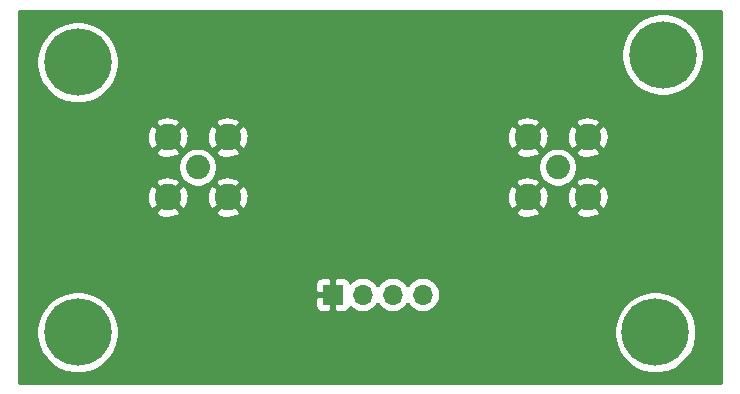
<source format=gbr>
G04 #@! TF.GenerationSoftware,KiCad,Pcbnew,(5.1.2)-2*
G04 #@! TF.CreationDate,2019-07-02T15:12:18+08:00*
G04 #@! TF.ProjectId,HMC346AMS8GE,484d4333-3436-4414-9d53-3847452e6b69,rev?*
G04 #@! TF.SameCoordinates,Original*
G04 #@! TF.FileFunction,Copper,L2,Bot*
G04 #@! TF.FilePolarity,Positive*
%FSLAX46Y46*%
G04 Gerber Fmt 4.6, Leading zero omitted, Abs format (unit mm)*
G04 Created by KiCad (PCBNEW (5.1.2)-2) date 2019-07-02 15:12:18*
%MOMM*%
%LPD*%
G04 APERTURE LIST*
%ADD10C,2.250000*%
%ADD11C,2.050000*%
%ADD12R,1.700000X1.700000*%
%ADD13O,1.700000X1.700000*%
%ADD14C,5.700000*%
%ADD15C,0.800000*%
%ADD16C,0.254000*%
G04 APERTURE END LIST*
D10*
X114300000Y-121285000D03*
X114300000Y-116205000D03*
X119380000Y-116205000D03*
X119380000Y-121285000D03*
D11*
X116840000Y-118745000D03*
D12*
X128270000Y-129540000D03*
D13*
X130810000Y-129540000D03*
X133350000Y-129540000D03*
X135890000Y-129540000D03*
D11*
X147320000Y-118745000D03*
D10*
X149860000Y-121285000D03*
X149860000Y-116205000D03*
X144780000Y-116205000D03*
X144780000Y-121285000D03*
D14*
X106680000Y-132715000D03*
X155575000Y-132715000D03*
X156210000Y-109220000D03*
X106680000Y-109855000D03*
D15*
X121920000Y-116840000D03*
X123190000Y-116840000D03*
X124460000Y-116840000D03*
X125730000Y-116840000D03*
X127000000Y-116840000D03*
X128270000Y-116840000D03*
X130175000Y-116840000D03*
X131445000Y-116840000D03*
X132715000Y-116840000D03*
X134620000Y-116840000D03*
X136525000Y-116840000D03*
X137795000Y-116840000D03*
X139065000Y-116840000D03*
X140335000Y-116840000D03*
X141605000Y-116840000D03*
X142240000Y-119380000D03*
X140970000Y-119380000D03*
X139700000Y-119380000D03*
X137795000Y-119380000D03*
X121920000Y-120015000D03*
X123190000Y-120015000D03*
X124460000Y-120015000D03*
X125730000Y-120015000D03*
X127000000Y-120015000D03*
X127000000Y-121285000D03*
X127000000Y-122555000D03*
X127000000Y-123825000D03*
X127000000Y-125095000D03*
X127000000Y-127000000D03*
X131445000Y-121920000D03*
X132715000Y-121920000D03*
X133985000Y-121920000D03*
X133985000Y-123190000D03*
X132715000Y-123190000D03*
X131445000Y-123190000D03*
X131445000Y-124460000D03*
X132715000Y-124460000D03*
X133985000Y-124460000D03*
X133985000Y-125730000D03*
X132715000Y-125730000D03*
X133985000Y-127635000D03*
X137160000Y-121920000D03*
X137160000Y-123190000D03*
X137160000Y-124460000D03*
X137160000Y-126365000D03*
X137160000Y-127635000D03*
X130175000Y-132080000D03*
X131445000Y-132080000D03*
X132715000Y-132080000D03*
X133985000Y-132080000D03*
X135255000Y-132080000D03*
X136525000Y-132080000D03*
X113665000Y-123825000D03*
X114935000Y-123825000D03*
X116205000Y-123825000D03*
X117475000Y-123825000D03*
X118745000Y-123825000D03*
X120015000Y-123825000D03*
X143510000Y-123825000D03*
X144780000Y-123825000D03*
X146050000Y-123825000D03*
X147320000Y-123825000D03*
X149225000Y-123825000D03*
X150495000Y-123825000D03*
X143510000Y-113665000D03*
X145415000Y-113665000D03*
X147955000Y-113665000D03*
X149225000Y-113665000D03*
X150495000Y-113665000D03*
X152400000Y-114935000D03*
X152400000Y-116205000D03*
X152400000Y-118110000D03*
X152400000Y-119380000D03*
X152400000Y-121285000D03*
X111760000Y-116205000D03*
X111760000Y-118110000D03*
X111760000Y-119380000D03*
X111760000Y-121285000D03*
X111760000Y-122555000D03*
X113030000Y-114300000D03*
X114935000Y-113665000D03*
X116205000Y-114300000D03*
X117475000Y-114300000D03*
X118745000Y-114300000D03*
X120015000Y-114300000D03*
D16*
G36*
X161163000Y-137033000D02*
G01*
X101727000Y-137033000D01*
X101727000Y-132371758D01*
X103195000Y-132371758D01*
X103195000Y-133058242D01*
X103328927Y-133731537D01*
X103591633Y-134365766D01*
X103973024Y-134936558D01*
X104458442Y-135421976D01*
X105029234Y-135803367D01*
X105663463Y-136066073D01*
X106336758Y-136200000D01*
X107023242Y-136200000D01*
X107696537Y-136066073D01*
X108330766Y-135803367D01*
X108901558Y-135421976D01*
X109386976Y-134936558D01*
X109768367Y-134365766D01*
X110031073Y-133731537D01*
X110165000Y-133058242D01*
X110165000Y-132371758D01*
X152090000Y-132371758D01*
X152090000Y-133058242D01*
X152223927Y-133731537D01*
X152486633Y-134365766D01*
X152868024Y-134936558D01*
X153353442Y-135421976D01*
X153924234Y-135803367D01*
X154558463Y-136066073D01*
X155231758Y-136200000D01*
X155918242Y-136200000D01*
X156591537Y-136066073D01*
X157225766Y-135803367D01*
X157796558Y-135421976D01*
X158281976Y-134936558D01*
X158663367Y-134365766D01*
X158926073Y-133731537D01*
X159060000Y-133058242D01*
X159060000Y-132371758D01*
X158926073Y-131698463D01*
X158663367Y-131064234D01*
X158281976Y-130493442D01*
X157796558Y-130008024D01*
X157225766Y-129626633D01*
X156591537Y-129363927D01*
X155918242Y-129230000D01*
X155231758Y-129230000D01*
X154558463Y-129363927D01*
X153924234Y-129626633D01*
X153353442Y-130008024D01*
X152868024Y-130493442D01*
X152486633Y-131064234D01*
X152223927Y-131698463D01*
X152090000Y-132371758D01*
X110165000Y-132371758D01*
X110031073Y-131698463D01*
X109768367Y-131064234D01*
X109386976Y-130493442D01*
X109283534Y-130390000D01*
X126781928Y-130390000D01*
X126794188Y-130514482D01*
X126830498Y-130634180D01*
X126889463Y-130744494D01*
X126968815Y-130841185D01*
X127065506Y-130920537D01*
X127175820Y-130979502D01*
X127295518Y-131015812D01*
X127420000Y-131028072D01*
X127984250Y-131025000D01*
X128143000Y-130866250D01*
X128143000Y-129667000D01*
X126943750Y-129667000D01*
X126785000Y-129825750D01*
X126781928Y-130390000D01*
X109283534Y-130390000D01*
X108901558Y-130008024D01*
X108330766Y-129626633D01*
X107696537Y-129363927D01*
X107023242Y-129230000D01*
X106336758Y-129230000D01*
X105663463Y-129363927D01*
X105029234Y-129626633D01*
X104458442Y-130008024D01*
X103973024Y-130493442D01*
X103591633Y-131064234D01*
X103328927Y-131698463D01*
X103195000Y-132371758D01*
X101727000Y-132371758D01*
X101727000Y-128690000D01*
X126781928Y-128690000D01*
X126785000Y-129254250D01*
X126943750Y-129413000D01*
X128143000Y-129413000D01*
X128143000Y-128213750D01*
X128397000Y-128213750D01*
X128397000Y-129413000D01*
X128417000Y-129413000D01*
X128417000Y-129667000D01*
X128397000Y-129667000D01*
X128397000Y-130866250D01*
X128555750Y-131025000D01*
X129120000Y-131028072D01*
X129244482Y-131015812D01*
X129364180Y-130979502D01*
X129474494Y-130920537D01*
X129571185Y-130841185D01*
X129650537Y-130744494D01*
X129709502Y-130634180D01*
X129730393Y-130565313D01*
X129754866Y-130595134D01*
X129980986Y-130780706D01*
X130238966Y-130918599D01*
X130518889Y-131003513D01*
X130737050Y-131025000D01*
X130882950Y-131025000D01*
X131101111Y-131003513D01*
X131381034Y-130918599D01*
X131639014Y-130780706D01*
X131865134Y-130595134D01*
X132050706Y-130369014D01*
X132080000Y-130314209D01*
X132109294Y-130369014D01*
X132294866Y-130595134D01*
X132520986Y-130780706D01*
X132778966Y-130918599D01*
X133058889Y-131003513D01*
X133277050Y-131025000D01*
X133422950Y-131025000D01*
X133641111Y-131003513D01*
X133921034Y-130918599D01*
X134179014Y-130780706D01*
X134405134Y-130595134D01*
X134590706Y-130369014D01*
X134620000Y-130314209D01*
X134649294Y-130369014D01*
X134834866Y-130595134D01*
X135060986Y-130780706D01*
X135318966Y-130918599D01*
X135598889Y-131003513D01*
X135817050Y-131025000D01*
X135962950Y-131025000D01*
X136181111Y-131003513D01*
X136461034Y-130918599D01*
X136719014Y-130780706D01*
X136945134Y-130595134D01*
X137130706Y-130369014D01*
X137268599Y-130111034D01*
X137353513Y-129831111D01*
X137382185Y-129540000D01*
X137353513Y-129248889D01*
X137268599Y-128968966D01*
X137130706Y-128710986D01*
X136945134Y-128484866D01*
X136719014Y-128299294D01*
X136461034Y-128161401D01*
X136181111Y-128076487D01*
X135962950Y-128055000D01*
X135817050Y-128055000D01*
X135598889Y-128076487D01*
X135318966Y-128161401D01*
X135060986Y-128299294D01*
X134834866Y-128484866D01*
X134649294Y-128710986D01*
X134620000Y-128765791D01*
X134590706Y-128710986D01*
X134405134Y-128484866D01*
X134179014Y-128299294D01*
X133921034Y-128161401D01*
X133641111Y-128076487D01*
X133422950Y-128055000D01*
X133277050Y-128055000D01*
X133058889Y-128076487D01*
X132778966Y-128161401D01*
X132520986Y-128299294D01*
X132294866Y-128484866D01*
X132109294Y-128710986D01*
X132080000Y-128765791D01*
X132050706Y-128710986D01*
X131865134Y-128484866D01*
X131639014Y-128299294D01*
X131381034Y-128161401D01*
X131101111Y-128076487D01*
X130882950Y-128055000D01*
X130737050Y-128055000D01*
X130518889Y-128076487D01*
X130238966Y-128161401D01*
X129980986Y-128299294D01*
X129754866Y-128484866D01*
X129730393Y-128514687D01*
X129709502Y-128445820D01*
X129650537Y-128335506D01*
X129571185Y-128238815D01*
X129474494Y-128159463D01*
X129364180Y-128100498D01*
X129244482Y-128064188D01*
X129120000Y-128051928D01*
X128555750Y-128055000D01*
X128397000Y-128213750D01*
X128143000Y-128213750D01*
X127984250Y-128055000D01*
X127420000Y-128051928D01*
X127295518Y-128064188D01*
X127175820Y-128100498D01*
X127065506Y-128159463D01*
X126968815Y-128238815D01*
X126889463Y-128335506D01*
X126830498Y-128445820D01*
X126794188Y-128565518D01*
X126781928Y-128690000D01*
X101727000Y-128690000D01*
X101727000Y-122509531D01*
X113255074Y-122509531D01*
X113365921Y-122786714D01*
X113676840Y-122940089D01*
X114011705Y-123029860D01*
X114357650Y-123052576D01*
X114701380Y-123007366D01*
X115029685Y-122895966D01*
X115234079Y-122786714D01*
X115344926Y-122509531D01*
X118335074Y-122509531D01*
X118445921Y-122786714D01*
X118756840Y-122940089D01*
X119091705Y-123029860D01*
X119437650Y-123052576D01*
X119781380Y-123007366D01*
X120109685Y-122895966D01*
X120314079Y-122786714D01*
X120424926Y-122509531D01*
X143735074Y-122509531D01*
X143845921Y-122786714D01*
X144156840Y-122940089D01*
X144491705Y-123029860D01*
X144837650Y-123052576D01*
X145181380Y-123007366D01*
X145509685Y-122895966D01*
X145714079Y-122786714D01*
X145824926Y-122509531D01*
X148815074Y-122509531D01*
X148925921Y-122786714D01*
X149236840Y-122940089D01*
X149571705Y-123029860D01*
X149917650Y-123052576D01*
X150261380Y-123007366D01*
X150589685Y-122895966D01*
X150794079Y-122786714D01*
X150904926Y-122509531D01*
X149860000Y-121464605D01*
X148815074Y-122509531D01*
X145824926Y-122509531D01*
X144780000Y-121464605D01*
X143735074Y-122509531D01*
X120424926Y-122509531D01*
X119380000Y-121464605D01*
X118335074Y-122509531D01*
X115344926Y-122509531D01*
X114300000Y-121464605D01*
X113255074Y-122509531D01*
X101727000Y-122509531D01*
X101727000Y-121342650D01*
X112532424Y-121342650D01*
X112577634Y-121686380D01*
X112689034Y-122014685D01*
X112798286Y-122219079D01*
X113075469Y-122329926D01*
X114120395Y-121285000D01*
X114479605Y-121285000D01*
X115524531Y-122329926D01*
X115801714Y-122219079D01*
X115955089Y-121908160D01*
X116044860Y-121573295D01*
X116060004Y-121342650D01*
X117612424Y-121342650D01*
X117657634Y-121686380D01*
X117769034Y-122014685D01*
X117878286Y-122219079D01*
X118155469Y-122329926D01*
X119200395Y-121285000D01*
X119559605Y-121285000D01*
X120604531Y-122329926D01*
X120881714Y-122219079D01*
X121035089Y-121908160D01*
X121124860Y-121573295D01*
X121140004Y-121342650D01*
X143012424Y-121342650D01*
X143057634Y-121686380D01*
X143169034Y-122014685D01*
X143278286Y-122219079D01*
X143555469Y-122329926D01*
X144600395Y-121285000D01*
X144959605Y-121285000D01*
X146004531Y-122329926D01*
X146281714Y-122219079D01*
X146435089Y-121908160D01*
X146524860Y-121573295D01*
X146540004Y-121342650D01*
X148092424Y-121342650D01*
X148137634Y-121686380D01*
X148249034Y-122014685D01*
X148358286Y-122219079D01*
X148635469Y-122329926D01*
X149680395Y-121285000D01*
X150039605Y-121285000D01*
X151084531Y-122329926D01*
X151361714Y-122219079D01*
X151515089Y-121908160D01*
X151604860Y-121573295D01*
X151627576Y-121227350D01*
X151582366Y-120883620D01*
X151470966Y-120555315D01*
X151361714Y-120350921D01*
X151084531Y-120240074D01*
X150039605Y-121285000D01*
X149680395Y-121285000D01*
X148635469Y-120240074D01*
X148358286Y-120350921D01*
X148204911Y-120661840D01*
X148115140Y-120996705D01*
X148092424Y-121342650D01*
X146540004Y-121342650D01*
X146547576Y-121227350D01*
X146502366Y-120883620D01*
X146390966Y-120555315D01*
X146281714Y-120350921D01*
X146004531Y-120240074D01*
X144959605Y-121285000D01*
X144600395Y-121285000D01*
X143555469Y-120240074D01*
X143278286Y-120350921D01*
X143124911Y-120661840D01*
X143035140Y-120996705D01*
X143012424Y-121342650D01*
X121140004Y-121342650D01*
X121147576Y-121227350D01*
X121102366Y-120883620D01*
X120990966Y-120555315D01*
X120881714Y-120350921D01*
X120604531Y-120240074D01*
X119559605Y-121285000D01*
X119200395Y-121285000D01*
X118155469Y-120240074D01*
X117878286Y-120350921D01*
X117724911Y-120661840D01*
X117635140Y-120996705D01*
X117612424Y-121342650D01*
X116060004Y-121342650D01*
X116067576Y-121227350D01*
X116022366Y-120883620D01*
X115910966Y-120555315D01*
X115801714Y-120350921D01*
X115524531Y-120240074D01*
X114479605Y-121285000D01*
X114120395Y-121285000D01*
X113075469Y-120240074D01*
X112798286Y-120350921D01*
X112644911Y-120661840D01*
X112555140Y-120996705D01*
X112532424Y-121342650D01*
X101727000Y-121342650D01*
X101727000Y-120060469D01*
X113255074Y-120060469D01*
X114300000Y-121105395D01*
X115344926Y-120060469D01*
X115234079Y-119783286D01*
X114923160Y-119629911D01*
X114588295Y-119540140D01*
X114242350Y-119517424D01*
X113898620Y-119562634D01*
X113570315Y-119674034D01*
X113365921Y-119783286D01*
X113255074Y-120060469D01*
X101727000Y-120060469D01*
X101727000Y-118581504D01*
X115180000Y-118581504D01*
X115180000Y-118908496D01*
X115243793Y-119229204D01*
X115368927Y-119531305D01*
X115550594Y-119803188D01*
X115781812Y-120034406D01*
X116053695Y-120216073D01*
X116355796Y-120341207D01*
X116676504Y-120405000D01*
X117003496Y-120405000D01*
X117324204Y-120341207D01*
X117626305Y-120216073D01*
X117859182Y-120060469D01*
X118335074Y-120060469D01*
X119380000Y-121105395D01*
X120424926Y-120060469D01*
X143735074Y-120060469D01*
X144780000Y-121105395D01*
X145824926Y-120060469D01*
X145714079Y-119783286D01*
X145403160Y-119629911D01*
X145068295Y-119540140D01*
X144722350Y-119517424D01*
X144378620Y-119562634D01*
X144050315Y-119674034D01*
X143845921Y-119783286D01*
X143735074Y-120060469D01*
X120424926Y-120060469D01*
X120314079Y-119783286D01*
X120003160Y-119629911D01*
X119668295Y-119540140D01*
X119322350Y-119517424D01*
X118978620Y-119562634D01*
X118650315Y-119674034D01*
X118445921Y-119783286D01*
X118335074Y-120060469D01*
X117859182Y-120060469D01*
X117898188Y-120034406D01*
X118129406Y-119803188D01*
X118311073Y-119531305D01*
X118436207Y-119229204D01*
X118500000Y-118908496D01*
X118500000Y-118581504D01*
X145660000Y-118581504D01*
X145660000Y-118908496D01*
X145723793Y-119229204D01*
X145848927Y-119531305D01*
X146030594Y-119803188D01*
X146261812Y-120034406D01*
X146533695Y-120216073D01*
X146835796Y-120341207D01*
X147156504Y-120405000D01*
X147483496Y-120405000D01*
X147804204Y-120341207D01*
X148106305Y-120216073D01*
X148339182Y-120060469D01*
X148815074Y-120060469D01*
X149860000Y-121105395D01*
X150904926Y-120060469D01*
X150794079Y-119783286D01*
X150483160Y-119629911D01*
X150148295Y-119540140D01*
X149802350Y-119517424D01*
X149458620Y-119562634D01*
X149130315Y-119674034D01*
X148925921Y-119783286D01*
X148815074Y-120060469D01*
X148339182Y-120060469D01*
X148378188Y-120034406D01*
X148609406Y-119803188D01*
X148791073Y-119531305D01*
X148916207Y-119229204D01*
X148980000Y-118908496D01*
X148980000Y-118581504D01*
X148916207Y-118260796D01*
X148791073Y-117958695D01*
X148609406Y-117686812D01*
X148378188Y-117455594D01*
X148339183Y-117429531D01*
X148815074Y-117429531D01*
X148925921Y-117706714D01*
X149236840Y-117860089D01*
X149571705Y-117949860D01*
X149917650Y-117972576D01*
X150261380Y-117927366D01*
X150589685Y-117815966D01*
X150794079Y-117706714D01*
X150904926Y-117429531D01*
X149860000Y-116384605D01*
X148815074Y-117429531D01*
X148339183Y-117429531D01*
X148106305Y-117273927D01*
X147804204Y-117148793D01*
X147483496Y-117085000D01*
X147156504Y-117085000D01*
X146835796Y-117148793D01*
X146533695Y-117273927D01*
X146261812Y-117455594D01*
X146030594Y-117686812D01*
X145848927Y-117958695D01*
X145723793Y-118260796D01*
X145660000Y-118581504D01*
X118500000Y-118581504D01*
X118436207Y-118260796D01*
X118311073Y-117958695D01*
X118129406Y-117686812D01*
X117898188Y-117455594D01*
X117859183Y-117429531D01*
X118335074Y-117429531D01*
X118445921Y-117706714D01*
X118756840Y-117860089D01*
X119091705Y-117949860D01*
X119437650Y-117972576D01*
X119781380Y-117927366D01*
X120109685Y-117815966D01*
X120314079Y-117706714D01*
X120424926Y-117429531D01*
X143735074Y-117429531D01*
X143845921Y-117706714D01*
X144156840Y-117860089D01*
X144491705Y-117949860D01*
X144837650Y-117972576D01*
X145181380Y-117927366D01*
X145509685Y-117815966D01*
X145714079Y-117706714D01*
X145824926Y-117429531D01*
X144780000Y-116384605D01*
X143735074Y-117429531D01*
X120424926Y-117429531D01*
X119380000Y-116384605D01*
X118335074Y-117429531D01*
X117859183Y-117429531D01*
X117626305Y-117273927D01*
X117324204Y-117148793D01*
X117003496Y-117085000D01*
X116676504Y-117085000D01*
X116355796Y-117148793D01*
X116053695Y-117273927D01*
X115781812Y-117455594D01*
X115550594Y-117686812D01*
X115368927Y-117958695D01*
X115243793Y-118260796D01*
X115180000Y-118581504D01*
X101727000Y-118581504D01*
X101727000Y-117429531D01*
X113255074Y-117429531D01*
X113365921Y-117706714D01*
X113676840Y-117860089D01*
X114011705Y-117949860D01*
X114357650Y-117972576D01*
X114701380Y-117927366D01*
X115029685Y-117815966D01*
X115234079Y-117706714D01*
X115344926Y-117429531D01*
X114300000Y-116384605D01*
X113255074Y-117429531D01*
X101727000Y-117429531D01*
X101727000Y-116262650D01*
X112532424Y-116262650D01*
X112577634Y-116606380D01*
X112689034Y-116934685D01*
X112798286Y-117139079D01*
X113075469Y-117249926D01*
X114120395Y-116205000D01*
X114479605Y-116205000D01*
X115524531Y-117249926D01*
X115801714Y-117139079D01*
X115955089Y-116828160D01*
X116044860Y-116493295D01*
X116060004Y-116262650D01*
X117612424Y-116262650D01*
X117657634Y-116606380D01*
X117769034Y-116934685D01*
X117878286Y-117139079D01*
X118155469Y-117249926D01*
X119200395Y-116205000D01*
X119559605Y-116205000D01*
X120604531Y-117249926D01*
X120881714Y-117139079D01*
X121035089Y-116828160D01*
X121124860Y-116493295D01*
X121140004Y-116262650D01*
X143012424Y-116262650D01*
X143057634Y-116606380D01*
X143169034Y-116934685D01*
X143278286Y-117139079D01*
X143555469Y-117249926D01*
X144600395Y-116205000D01*
X144959605Y-116205000D01*
X146004531Y-117249926D01*
X146281714Y-117139079D01*
X146435089Y-116828160D01*
X146524860Y-116493295D01*
X146540004Y-116262650D01*
X148092424Y-116262650D01*
X148137634Y-116606380D01*
X148249034Y-116934685D01*
X148358286Y-117139079D01*
X148635469Y-117249926D01*
X149680395Y-116205000D01*
X150039605Y-116205000D01*
X151084531Y-117249926D01*
X151361714Y-117139079D01*
X151515089Y-116828160D01*
X151604860Y-116493295D01*
X151627576Y-116147350D01*
X151582366Y-115803620D01*
X151470966Y-115475315D01*
X151361714Y-115270921D01*
X151084531Y-115160074D01*
X150039605Y-116205000D01*
X149680395Y-116205000D01*
X148635469Y-115160074D01*
X148358286Y-115270921D01*
X148204911Y-115581840D01*
X148115140Y-115916705D01*
X148092424Y-116262650D01*
X146540004Y-116262650D01*
X146547576Y-116147350D01*
X146502366Y-115803620D01*
X146390966Y-115475315D01*
X146281714Y-115270921D01*
X146004531Y-115160074D01*
X144959605Y-116205000D01*
X144600395Y-116205000D01*
X143555469Y-115160074D01*
X143278286Y-115270921D01*
X143124911Y-115581840D01*
X143035140Y-115916705D01*
X143012424Y-116262650D01*
X121140004Y-116262650D01*
X121147576Y-116147350D01*
X121102366Y-115803620D01*
X120990966Y-115475315D01*
X120881714Y-115270921D01*
X120604531Y-115160074D01*
X119559605Y-116205000D01*
X119200395Y-116205000D01*
X118155469Y-115160074D01*
X117878286Y-115270921D01*
X117724911Y-115581840D01*
X117635140Y-115916705D01*
X117612424Y-116262650D01*
X116060004Y-116262650D01*
X116067576Y-116147350D01*
X116022366Y-115803620D01*
X115910966Y-115475315D01*
X115801714Y-115270921D01*
X115524531Y-115160074D01*
X114479605Y-116205000D01*
X114120395Y-116205000D01*
X113075469Y-115160074D01*
X112798286Y-115270921D01*
X112644911Y-115581840D01*
X112555140Y-115916705D01*
X112532424Y-116262650D01*
X101727000Y-116262650D01*
X101727000Y-114980469D01*
X113255074Y-114980469D01*
X114300000Y-116025395D01*
X115344926Y-114980469D01*
X118335074Y-114980469D01*
X119380000Y-116025395D01*
X120424926Y-114980469D01*
X143735074Y-114980469D01*
X144780000Y-116025395D01*
X145824926Y-114980469D01*
X148815074Y-114980469D01*
X149860000Y-116025395D01*
X150904926Y-114980469D01*
X150794079Y-114703286D01*
X150483160Y-114549911D01*
X150148295Y-114460140D01*
X149802350Y-114437424D01*
X149458620Y-114482634D01*
X149130315Y-114594034D01*
X148925921Y-114703286D01*
X148815074Y-114980469D01*
X145824926Y-114980469D01*
X145714079Y-114703286D01*
X145403160Y-114549911D01*
X145068295Y-114460140D01*
X144722350Y-114437424D01*
X144378620Y-114482634D01*
X144050315Y-114594034D01*
X143845921Y-114703286D01*
X143735074Y-114980469D01*
X120424926Y-114980469D01*
X120314079Y-114703286D01*
X120003160Y-114549911D01*
X119668295Y-114460140D01*
X119322350Y-114437424D01*
X118978620Y-114482634D01*
X118650315Y-114594034D01*
X118445921Y-114703286D01*
X118335074Y-114980469D01*
X115344926Y-114980469D01*
X115234079Y-114703286D01*
X114923160Y-114549911D01*
X114588295Y-114460140D01*
X114242350Y-114437424D01*
X113898620Y-114482634D01*
X113570315Y-114594034D01*
X113365921Y-114703286D01*
X113255074Y-114980469D01*
X101727000Y-114980469D01*
X101727000Y-109511758D01*
X103195000Y-109511758D01*
X103195000Y-110198242D01*
X103328927Y-110871537D01*
X103591633Y-111505766D01*
X103973024Y-112076558D01*
X104458442Y-112561976D01*
X105029234Y-112943367D01*
X105663463Y-113206073D01*
X106336758Y-113340000D01*
X107023242Y-113340000D01*
X107696537Y-113206073D01*
X108330766Y-112943367D01*
X108901558Y-112561976D01*
X109386976Y-112076558D01*
X109768367Y-111505766D01*
X110031073Y-110871537D01*
X110165000Y-110198242D01*
X110165000Y-109511758D01*
X110038691Y-108876758D01*
X152725000Y-108876758D01*
X152725000Y-109563242D01*
X152858927Y-110236537D01*
X153121633Y-110870766D01*
X153503024Y-111441558D01*
X153988442Y-111926976D01*
X154559234Y-112308367D01*
X155193463Y-112571073D01*
X155866758Y-112705000D01*
X156553242Y-112705000D01*
X157226537Y-112571073D01*
X157860766Y-112308367D01*
X158431558Y-111926976D01*
X158916976Y-111441558D01*
X159298367Y-110870766D01*
X159561073Y-110236537D01*
X159695000Y-109563242D01*
X159695000Y-108876758D01*
X159561073Y-108203463D01*
X159298367Y-107569234D01*
X158916976Y-106998442D01*
X158431558Y-106513024D01*
X157860766Y-106131633D01*
X157226537Y-105868927D01*
X156553242Y-105735000D01*
X155866758Y-105735000D01*
X155193463Y-105868927D01*
X154559234Y-106131633D01*
X153988442Y-106513024D01*
X153503024Y-106998442D01*
X153121633Y-107569234D01*
X152858927Y-108203463D01*
X152725000Y-108876758D01*
X110038691Y-108876758D01*
X110031073Y-108838463D01*
X109768367Y-108204234D01*
X109386976Y-107633442D01*
X108901558Y-107148024D01*
X108330766Y-106766633D01*
X107696537Y-106503927D01*
X107023242Y-106370000D01*
X106336758Y-106370000D01*
X105663463Y-106503927D01*
X105029234Y-106766633D01*
X104458442Y-107148024D01*
X103973024Y-107633442D01*
X103591633Y-108204234D01*
X103328927Y-108838463D01*
X103195000Y-109511758D01*
X101727000Y-109511758D01*
X101727000Y-105537000D01*
X161163000Y-105537000D01*
X161163000Y-137033000D01*
X161163000Y-137033000D01*
G37*
X161163000Y-137033000D02*
X101727000Y-137033000D01*
X101727000Y-132371758D01*
X103195000Y-132371758D01*
X103195000Y-133058242D01*
X103328927Y-133731537D01*
X103591633Y-134365766D01*
X103973024Y-134936558D01*
X104458442Y-135421976D01*
X105029234Y-135803367D01*
X105663463Y-136066073D01*
X106336758Y-136200000D01*
X107023242Y-136200000D01*
X107696537Y-136066073D01*
X108330766Y-135803367D01*
X108901558Y-135421976D01*
X109386976Y-134936558D01*
X109768367Y-134365766D01*
X110031073Y-133731537D01*
X110165000Y-133058242D01*
X110165000Y-132371758D01*
X152090000Y-132371758D01*
X152090000Y-133058242D01*
X152223927Y-133731537D01*
X152486633Y-134365766D01*
X152868024Y-134936558D01*
X153353442Y-135421976D01*
X153924234Y-135803367D01*
X154558463Y-136066073D01*
X155231758Y-136200000D01*
X155918242Y-136200000D01*
X156591537Y-136066073D01*
X157225766Y-135803367D01*
X157796558Y-135421976D01*
X158281976Y-134936558D01*
X158663367Y-134365766D01*
X158926073Y-133731537D01*
X159060000Y-133058242D01*
X159060000Y-132371758D01*
X158926073Y-131698463D01*
X158663367Y-131064234D01*
X158281976Y-130493442D01*
X157796558Y-130008024D01*
X157225766Y-129626633D01*
X156591537Y-129363927D01*
X155918242Y-129230000D01*
X155231758Y-129230000D01*
X154558463Y-129363927D01*
X153924234Y-129626633D01*
X153353442Y-130008024D01*
X152868024Y-130493442D01*
X152486633Y-131064234D01*
X152223927Y-131698463D01*
X152090000Y-132371758D01*
X110165000Y-132371758D01*
X110031073Y-131698463D01*
X109768367Y-131064234D01*
X109386976Y-130493442D01*
X109283534Y-130390000D01*
X126781928Y-130390000D01*
X126794188Y-130514482D01*
X126830498Y-130634180D01*
X126889463Y-130744494D01*
X126968815Y-130841185D01*
X127065506Y-130920537D01*
X127175820Y-130979502D01*
X127295518Y-131015812D01*
X127420000Y-131028072D01*
X127984250Y-131025000D01*
X128143000Y-130866250D01*
X128143000Y-129667000D01*
X126943750Y-129667000D01*
X126785000Y-129825750D01*
X126781928Y-130390000D01*
X109283534Y-130390000D01*
X108901558Y-130008024D01*
X108330766Y-129626633D01*
X107696537Y-129363927D01*
X107023242Y-129230000D01*
X106336758Y-129230000D01*
X105663463Y-129363927D01*
X105029234Y-129626633D01*
X104458442Y-130008024D01*
X103973024Y-130493442D01*
X103591633Y-131064234D01*
X103328927Y-131698463D01*
X103195000Y-132371758D01*
X101727000Y-132371758D01*
X101727000Y-128690000D01*
X126781928Y-128690000D01*
X126785000Y-129254250D01*
X126943750Y-129413000D01*
X128143000Y-129413000D01*
X128143000Y-128213750D01*
X128397000Y-128213750D01*
X128397000Y-129413000D01*
X128417000Y-129413000D01*
X128417000Y-129667000D01*
X128397000Y-129667000D01*
X128397000Y-130866250D01*
X128555750Y-131025000D01*
X129120000Y-131028072D01*
X129244482Y-131015812D01*
X129364180Y-130979502D01*
X129474494Y-130920537D01*
X129571185Y-130841185D01*
X129650537Y-130744494D01*
X129709502Y-130634180D01*
X129730393Y-130565313D01*
X129754866Y-130595134D01*
X129980986Y-130780706D01*
X130238966Y-130918599D01*
X130518889Y-131003513D01*
X130737050Y-131025000D01*
X130882950Y-131025000D01*
X131101111Y-131003513D01*
X131381034Y-130918599D01*
X131639014Y-130780706D01*
X131865134Y-130595134D01*
X132050706Y-130369014D01*
X132080000Y-130314209D01*
X132109294Y-130369014D01*
X132294866Y-130595134D01*
X132520986Y-130780706D01*
X132778966Y-130918599D01*
X133058889Y-131003513D01*
X133277050Y-131025000D01*
X133422950Y-131025000D01*
X133641111Y-131003513D01*
X133921034Y-130918599D01*
X134179014Y-130780706D01*
X134405134Y-130595134D01*
X134590706Y-130369014D01*
X134620000Y-130314209D01*
X134649294Y-130369014D01*
X134834866Y-130595134D01*
X135060986Y-130780706D01*
X135318966Y-130918599D01*
X135598889Y-131003513D01*
X135817050Y-131025000D01*
X135962950Y-131025000D01*
X136181111Y-131003513D01*
X136461034Y-130918599D01*
X136719014Y-130780706D01*
X136945134Y-130595134D01*
X137130706Y-130369014D01*
X137268599Y-130111034D01*
X137353513Y-129831111D01*
X137382185Y-129540000D01*
X137353513Y-129248889D01*
X137268599Y-128968966D01*
X137130706Y-128710986D01*
X136945134Y-128484866D01*
X136719014Y-128299294D01*
X136461034Y-128161401D01*
X136181111Y-128076487D01*
X135962950Y-128055000D01*
X135817050Y-128055000D01*
X135598889Y-128076487D01*
X135318966Y-128161401D01*
X135060986Y-128299294D01*
X134834866Y-128484866D01*
X134649294Y-128710986D01*
X134620000Y-128765791D01*
X134590706Y-128710986D01*
X134405134Y-128484866D01*
X134179014Y-128299294D01*
X133921034Y-128161401D01*
X133641111Y-128076487D01*
X133422950Y-128055000D01*
X133277050Y-128055000D01*
X133058889Y-128076487D01*
X132778966Y-128161401D01*
X132520986Y-128299294D01*
X132294866Y-128484866D01*
X132109294Y-128710986D01*
X132080000Y-128765791D01*
X132050706Y-128710986D01*
X131865134Y-128484866D01*
X131639014Y-128299294D01*
X131381034Y-128161401D01*
X131101111Y-128076487D01*
X130882950Y-128055000D01*
X130737050Y-128055000D01*
X130518889Y-128076487D01*
X130238966Y-128161401D01*
X129980986Y-128299294D01*
X129754866Y-128484866D01*
X129730393Y-128514687D01*
X129709502Y-128445820D01*
X129650537Y-128335506D01*
X129571185Y-128238815D01*
X129474494Y-128159463D01*
X129364180Y-128100498D01*
X129244482Y-128064188D01*
X129120000Y-128051928D01*
X128555750Y-128055000D01*
X128397000Y-128213750D01*
X128143000Y-128213750D01*
X127984250Y-128055000D01*
X127420000Y-128051928D01*
X127295518Y-128064188D01*
X127175820Y-128100498D01*
X127065506Y-128159463D01*
X126968815Y-128238815D01*
X126889463Y-128335506D01*
X126830498Y-128445820D01*
X126794188Y-128565518D01*
X126781928Y-128690000D01*
X101727000Y-128690000D01*
X101727000Y-122509531D01*
X113255074Y-122509531D01*
X113365921Y-122786714D01*
X113676840Y-122940089D01*
X114011705Y-123029860D01*
X114357650Y-123052576D01*
X114701380Y-123007366D01*
X115029685Y-122895966D01*
X115234079Y-122786714D01*
X115344926Y-122509531D01*
X118335074Y-122509531D01*
X118445921Y-122786714D01*
X118756840Y-122940089D01*
X119091705Y-123029860D01*
X119437650Y-123052576D01*
X119781380Y-123007366D01*
X120109685Y-122895966D01*
X120314079Y-122786714D01*
X120424926Y-122509531D01*
X143735074Y-122509531D01*
X143845921Y-122786714D01*
X144156840Y-122940089D01*
X144491705Y-123029860D01*
X144837650Y-123052576D01*
X145181380Y-123007366D01*
X145509685Y-122895966D01*
X145714079Y-122786714D01*
X145824926Y-122509531D01*
X148815074Y-122509531D01*
X148925921Y-122786714D01*
X149236840Y-122940089D01*
X149571705Y-123029860D01*
X149917650Y-123052576D01*
X150261380Y-123007366D01*
X150589685Y-122895966D01*
X150794079Y-122786714D01*
X150904926Y-122509531D01*
X149860000Y-121464605D01*
X148815074Y-122509531D01*
X145824926Y-122509531D01*
X144780000Y-121464605D01*
X143735074Y-122509531D01*
X120424926Y-122509531D01*
X119380000Y-121464605D01*
X118335074Y-122509531D01*
X115344926Y-122509531D01*
X114300000Y-121464605D01*
X113255074Y-122509531D01*
X101727000Y-122509531D01*
X101727000Y-121342650D01*
X112532424Y-121342650D01*
X112577634Y-121686380D01*
X112689034Y-122014685D01*
X112798286Y-122219079D01*
X113075469Y-122329926D01*
X114120395Y-121285000D01*
X114479605Y-121285000D01*
X115524531Y-122329926D01*
X115801714Y-122219079D01*
X115955089Y-121908160D01*
X116044860Y-121573295D01*
X116060004Y-121342650D01*
X117612424Y-121342650D01*
X117657634Y-121686380D01*
X117769034Y-122014685D01*
X117878286Y-122219079D01*
X118155469Y-122329926D01*
X119200395Y-121285000D01*
X119559605Y-121285000D01*
X120604531Y-122329926D01*
X120881714Y-122219079D01*
X121035089Y-121908160D01*
X121124860Y-121573295D01*
X121140004Y-121342650D01*
X143012424Y-121342650D01*
X143057634Y-121686380D01*
X143169034Y-122014685D01*
X143278286Y-122219079D01*
X143555469Y-122329926D01*
X144600395Y-121285000D01*
X144959605Y-121285000D01*
X146004531Y-122329926D01*
X146281714Y-122219079D01*
X146435089Y-121908160D01*
X146524860Y-121573295D01*
X146540004Y-121342650D01*
X148092424Y-121342650D01*
X148137634Y-121686380D01*
X148249034Y-122014685D01*
X148358286Y-122219079D01*
X148635469Y-122329926D01*
X149680395Y-121285000D01*
X150039605Y-121285000D01*
X151084531Y-122329926D01*
X151361714Y-122219079D01*
X151515089Y-121908160D01*
X151604860Y-121573295D01*
X151627576Y-121227350D01*
X151582366Y-120883620D01*
X151470966Y-120555315D01*
X151361714Y-120350921D01*
X151084531Y-120240074D01*
X150039605Y-121285000D01*
X149680395Y-121285000D01*
X148635469Y-120240074D01*
X148358286Y-120350921D01*
X148204911Y-120661840D01*
X148115140Y-120996705D01*
X148092424Y-121342650D01*
X146540004Y-121342650D01*
X146547576Y-121227350D01*
X146502366Y-120883620D01*
X146390966Y-120555315D01*
X146281714Y-120350921D01*
X146004531Y-120240074D01*
X144959605Y-121285000D01*
X144600395Y-121285000D01*
X143555469Y-120240074D01*
X143278286Y-120350921D01*
X143124911Y-120661840D01*
X143035140Y-120996705D01*
X143012424Y-121342650D01*
X121140004Y-121342650D01*
X121147576Y-121227350D01*
X121102366Y-120883620D01*
X120990966Y-120555315D01*
X120881714Y-120350921D01*
X120604531Y-120240074D01*
X119559605Y-121285000D01*
X119200395Y-121285000D01*
X118155469Y-120240074D01*
X117878286Y-120350921D01*
X117724911Y-120661840D01*
X117635140Y-120996705D01*
X117612424Y-121342650D01*
X116060004Y-121342650D01*
X116067576Y-121227350D01*
X116022366Y-120883620D01*
X115910966Y-120555315D01*
X115801714Y-120350921D01*
X115524531Y-120240074D01*
X114479605Y-121285000D01*
X114120395Y-121285000D01*
X113075469Y-120240074D01*
X112798286Y-120350921D01*
X112644911Y-120661840D01*
X112555140Y-120996705D01*
X112532424Y-121342650D01*
X101727000Y-121342650D01*
X101727000Y-120060469D01*
X113255074Y-120060469D01*
X114300000Y-121105395D01*
X115344926Y-120060469D01*
X115234079Y-119783286D01*
X114923160Y-119629911D01*
X114588295Y-119540140D01*
X114242350Y-119517424D01*
X113898620Y-119562634D01*
X113570315Y-119674034D01*
X113365921Y-119783286D01*
X113255074Y-120060469D01*
X101727000Y-120060469D01*
X101727000Y-118581504D01*
X115180000Y-118581504D01*
X115180000Y-118908496D01*
X115243793Y-119229204D01*
X115368927Y-119531305D01*
X115550594Y-119803188D01*
X115781812Y-120034406D01*
X116053695Y-120216073D01*
X116355796Y-120341207D01*
X116676504Y-120405000D01*
X117003496Y-120405000D01*
X117324204Y-120341207D01*
X117626305Y-120216073D01*
X117859182Y-120060469D01*
X118335074Y-120060469D01*
X119380000Y-121105395D01*
X120424926Y-120060469D01*
X143735074Y-120060469D01*
X144780000Y-121105395D01*
X145824926Y-120060469D01*
X145714079Y-119783286D01*
X145403160Y-119629911D01*
X145068295Y-119540140D01*
X144722350Y-119517424D01*
X144378620Y-119562634D01*
X144050315Y-119674034D01*
X143845921Y-119783286D01*
X143735074Y-120060469D01*
X120424926Y-120060469D01*
X120314079Y-119783286D01*
X120003160Y-119629911D01*
X119668295Y-119540140D01*
X119322350Y-119517424D01*
X118978620Y-119562634D01*
X118650315Y-119674034D01*
X118445921Y-119783286D01*
X118335074Y-120060469D01*
X117859182Y-120060469D01*
X117898188Y-120034406D01*
X118129406Y-119803188D01*
X118311073Y-119531305D01*
X118436207Y-119229204D01*
X118500000Y-118908496D01*
X118500000Y-118581504D01*
X145660000Y-118581504D01*
X145660000Y-118908496D01*
X145723793Y-119229204D01*
X145848927Y-119531305D01*
X146030594Y-119803188D01*
X146261812Y-120034406D01*
X146533695Y-120216073D01*
X146835796Y-120341207D01*
X147156504Y-120405000D01*
X147483496Y-120405000D01*
X147804204Y-120341207D01*
X148106305Y-120216073D01*
X148339182Y-120060469D01*
X148815074Y-120060469D01*
X149860000Y-121105395D01*
X150904926Y-120060469D01*
X150794079Y-119783286D01*
X150483160Y-119629911D01*
X150148295Y-119540140D01*
X149802350Y-119517424D01*
X149458620Y-119562634D01*
X149130315Y-119674034D01*
X148925921Y-119783286D01*
X148815074Y-120060469D01*
X148339182Y-120060469D01*
X148378188Y-120034406D01*
X148609406Y-119803188D01*
X148791073Y-119531305D01*
X148916207Y-119229204D01*
X148980000Y-118908496D01*
X148980000Y-118581504D01*
X148916207Y-118260796D01*
X148791073Y-117958695D01*
X148609406Y-117686812D01*
X148378188Y-117455594D01*
X148339183Y-117429531D01*
X148815074Y-117429531D01*
X148925921Y-117706714D01*
X149236840Y-117860089D01*
X149571705Y-117949860D01*
X149917650Y-117972576D01*
X150261380Y-117927366D01*
X150589685Y-117815966D01*
X150794079Y-117706714D01*
X150904926Y-117429531D01*
X149860000Y-116384605D01*
X148815074Y-117429531D01*
X148339183Y-117429531D01*
X148106305Y-117273927D01*
X147804204Y-117148793D01*
X147483496Y-117085000D01*
X147156504Y-117085000D01*
X146835796Y-117148793D01*
X146533695Y-117273927D01*
X146261812Y-117455594D01*
X146030594Y-117686812D01*
X145848927Y-117958695D01*
X145723793Y-118260796D01*
X145660000Y-118581504D01*
X118500000Y-118581504D01*
X118436207Y-118260796D01*
X118311073Y-117958695D01*
X118129406Y-117686812D01*
X117898188Y-117455594D01*
X117859183Y-117429531D01*
X118335074Y-117429531D01*
X118445921Y-117706714D01*
X118756840Y-117860089D01*
X119091705Y-117949860D01*
X119437650Y-117972576D01*
X119781380Y-117927366D01*
X120109685Y-117815966D01*
X120314079Y-117706714D01*
X120424926Y-117429531D01*
X143735074Y-117429531D01*
X143845921Y-117706714D01*
X144156840Y-117860089D01*
X144491705Y-117949860D01*
X144837650Y-117972576D01*
X145181380Y-117927366D01*
X145509685Y-117815966D01*
X145714079Y-117706714D01*
X145824926Y-117429531D01*
X144780000Y-116384605D01*
X143735074Y-117429531D01*
X120424926Y-117429531D01*
X119380000Y-116384605D01*
X118335074Y-117429531D01*
X117859183Y-117429531D01*
X117626305Y-117273927D01*
X117324204Y-117148793D01*
X117003496Y-117085000D01*
X116676504Y-117085000D01*
X116355796Y-117148793D01*
X116053695Y-117273927D01*
X115781812Y-117455594D01*
X115550594Y-117686812D01*
X115368927Y-117958695D01*
X115243793Y-118260796D01*
X115180000Y-118581504D01*
X101727000Y-118581504D01*
X101727000Y-117429531D01*
X113255074Y-117429531D01*
X113365921Y-117706714D01*
X113676840Y-117860089D01*
X114011705Y-117949860D01*
X114357650Y-117972576D01*
X114701380Y-117927366D01*
X115029685Y-117815966D01*
X115234079Y-117706714D01*
X115344926Y-117429531D01*
X114300000Y-116384605D01*
X113255074Y-117429531D01*
X101727000Y-117429531D01*
X101727000Y-116262650D01*
X112532424Y-116262650D01*
X112577634Y-116606380D01*
X112689034Y-116934685D01*
X112798286Y-117139079D01*
X113075469Y-117249926D01*
X114120395Y-116205000D01*
X114479605Y-116205000D01*
X115524531Y-117249926D01*
X115801714Y-117139079D01*
X115955089Y-116828160D01*
X116044860Y-116493295D01*
X116060004Y-116262650D01*
X117612424Y-116262650D01*
X117657634Y-116606380D01*
X117769034Y-116934685D01*
X117878286Y-117139079D01*
X118155469Y-117249926D01*
X119200395Y-116205000D01*
X119559605Y-116205000D01*
X120604531Y-117249926D01*
X120881714Y-117139079D01*
X121035089Y-116828160D01*
X121124860Y-116493295D01*
X121140004Y-116262650D01*
X143012424Y-116262650D01*
X143057634Y-116606380D01*
X143169034Y-116934685D01*
X143278286Y-117139079D01*
X143555469Y-117249926D01*
X144600395Y-116205000D01*
X144959605Y-116205000D01*
X146004531Y-117249926D01*
X146281714Y-117139079D01*
X146435089Y-116828160D01*
X146524860Y-116493295D01*
X146540004Y-116262650D01*
X148092424Y-116262650D01*
X148137634Y-116606380D01*
X148249034Y-116934685D01*
X148358286Y-117139079D01*
X148635469Y-117249926D01*
X149680395Y-116205000D01*
X150039605Y-116205000D01*
X151084531Y-117249926D01*
X151361714Y-117139079D01*
X151515089Y-116828160D01*
X151604860Y-116493295D01*
X151627576Y-116147350D01*
X151582366Y-115803620D01*
X151470966Y-115475315D01*
X151361714Y-115270921D01*
X151084531Y-115160074D01*
X150039605Y-116205000D01*
X149680395Y-116205000D01*
X148635469Y-115160074D01*
X148358286Y-115270921D01*
X148204911Y-115581840D01*
X148115140Y-115916705D01*
X148092424Y-116262650D01*
X146540004Y-116262650D01*
X146547576Y-116147350D01*
X146502366Y-115803620D01*
X146390966Y-115475315D01*
X146281714Y-115270921D01*
X146004531Y-115160074D01*
X144959605Y-116205000D01*
X144600395Y-116205000D01*
X143555469Y-115160074D01*
X143278286Y-115270921D01*
X143124911Y-115581840D01*
X143035140Y-115916705D01*
X143012424Y-116262650D01*
X121140004Y-116262650D01*
X121147576Y-116147350D01*
X121102366Y-115803620D01*
X120990966Y-115475315D01*
X120881714Y-115270921D01*
X120604531Y-115160074D01*
X119559605Y-116205000D01*
X119200395Y-116205000D01*
X118155469Y-115160074D01*
X117878286Y-115270921D01*
X117724911Y-115581840D01*
X117635140Y-115916705D01*
X117612424Y-116262650D01*
X116060004Y-116262650D01*
X116067576Y-116147350D01*
X116022366Y-115803620D01*
X115910966Y-115475315D01*
X115801714Y-115270921D01*
X115524531Y-115160074D01*
X114479605Y-116205000D01*
X114120395Y-116205000D01*
X113075469Y-115160074D01*
X112798286Y-115270921D01*
X112644911Y-115581840D01*
X112555140Y-115916705D01*
X112532424Y-116262650D01*
X101727000Y-116262650D01*
X101727000Y-114980469D01*
X113255074Y-114980469D01*
X114300000Y-116025395D01*
X115344926Y-114980469D01*
X118335074Y-114980469D01*
X119380000Y-116025395D01*
X120424926Y-114980469D01*
X143735074Y-114980469D01*
X144780000Y-116025395D01*
X145824926Y-114980469D01*
X148815074Y-114980469D01*
X149860000Y-116025395D01*
X150904926Y-114980469D01*
X150794079Y-114703286D01*
X150483160Y-114549911D01*
X150148295Y-114460140D01*
X149802350Y-114437424D01*
X149458620Y-114482634D01*
X149130315Y-114594034D01*
X148925921Y-114703286D01*
X148815074Y-114980469D01*
X145824926Y-114980469D01*
X145714079Y-114703286D01*
X145403160Y-114549911D01*
X145068295Y-114460140D01*
X144722350Y-114437424D01*
X144378620Y-114482634D01*
X144050315Y-114594034D01*
X143845921Y-114703286D01*
X143735074Y-114980469D01*
X120424926Y-114980469D01*
X120314079Y-114703286D01*
X120003160Y-114549911D01*
X119668295Y-114460140D01*
X119322350Y-114437424D01*
X118978620Y-114482634D01*
X118650315Y-114594034D01*
X118445921Y-114703286D01*
X118335074Y-114980469D01*
X115344926Y-114980469D01*
X115234079Y-114703286D01*
X114923160Y-114549911D01*
X114588295Y-114460140D01*
X114242350Y-114437424D01*
X113898620Y-114482634D01*
X113570315Y-114594034D01*
X113365921Y-114703286D01*
X113255074Y-114980469D01*
X101727000Y-114980469D01*
X101727000Y-109511758D01*
X103195000Y-109511758D01*
X103195000Y-110198242D01*
X103328927Y-110871537D01*
X103591633Y-111505766D01*
X103973024Y-112076558D01*
X104458442Y-112561976D01*
X105029234Y-112943367D01*
X105663463Y-113206073D01*
X106336758Y-113340000D01*
X107023242Y-113340000D01*
X107696537Y-113206073D01*
X108330766Y-112943367D01*
X108901558Y-112561976D01*
X109386976Y-112076558D01*
X109768367Y-111505766D01*
X110031073Y-110871537D01*
X110165000Y-110198242D01*
X110165000Y-109511758D01*
X110038691Y-108876758D01*
X152725000Y-108876758D01*
X152725000Y-109563242D01*
X152858927Y-110236537D01*
X153121633Y-110870766D01*
X153503024Y-111441558D01*
X153988442Y-111926976D01*
X154559234Y-112308367D01*
X155193463Y-112571073D01*
X155866758Y-112705000D01*
X156553242Y-112705000D01*
X157226537Y-112571073D01*
X157860766Y-112308367D01*
X158431558Y-111926976D01*
X158916976Y-111441558D01*
X159298367Y-110870766D01*
X159561073Y-110236537D01*
X159695000Y-109563242D01*
X159695000Y-108876758D01*
X159561073Y-108203463D01*
X159298367Y-107569234D01*
X158916976Y-106998442D01*
X158431558Y-106513024D01*
X157860766Y-106131633D01*
X157226537Y-105868927D01*
X156553242Y-105735000D01*
X155866758Y-105735000D01*
X155193463Y-105868927D01*
X154559234Y-106131633D01*
X153988442Y-106513024D01*
X153503024Y-106998442D01*
X153121633Y-107569234D01*
X152858927Y-108203463D01*
X152725000Y-108876758D01*
X110038691Y-108876758D01*
X110031073Y-108838463D01*
X109768367Y-108204234D01*
X109386976Y-107633442D01*
X108901558Y-107148024D01*
X108330766Y-106766633D01*
X107696537Y-106503927D01*
X107023242Y-106370000D01*
X106336758Y-106370000D01*
X105663463Y-106503927D01*
X105029234Y-106766633D01*
X104458442Y-107148024D01*
X103973024Y-107633442D01*
X103591633Y-108204234D01*
X103328927Y-108838463D01*
X103195000Y-109511758D01*
X101727000Y-109511758D01*
X101727000Y-105537000D01*
X161163000Y-105537000D01*
X161163000Y-137033000D01*
M02*

</source>
